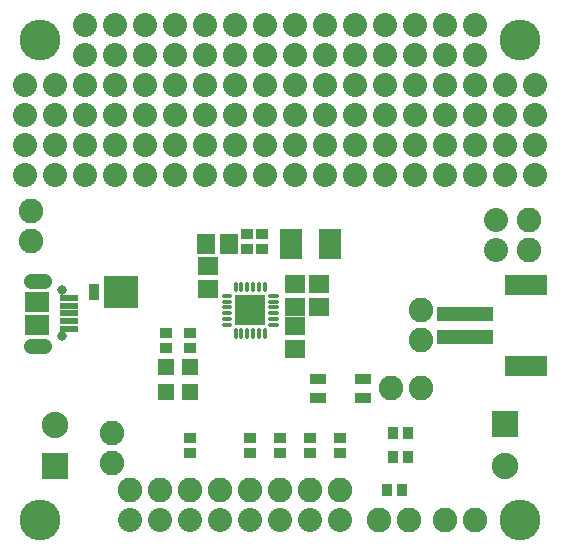
<source format=gts>
G75*
%MOIN*%
%OFA0B0*%
%FSLAX25Y25*%
%IPPOS*%
%LPD*%
%AMOC8*
5,1,8,0,0,1.08239X$1,22.5*
%
%ADD10C,0.13600*%
%ADD11R,0.06706X0.05918*%
%ADD12R,0.04343X0.03556*%
%ADD13R,0.05918X0.06706*%
%ADD14R,0.18910X0.04737*%
%ADD15R,0.14186X0.07099*%
%ADD16C,0.08200*%
%ADD17R,0.08800X0.08800*%
%ADD18C,0.08800*%
%ADD19R,0.06115X0.02375*%
%ADD20R,0.08280X0.06706*%
%ADD21C,0.03162*%
%ADD22C,0.05131*%
%ADD23R,0.05524X0.05524*%
%ADD24R,0.03556X0.04343*%
%ADD25R,0.05721X0.03359*%
%ADD26C,0.01457*%
%ADD27R,0.10236X0.10236*%
%ADD28R,0.11300X0.10800*%
%ADD29R,0.03800X0.05800*%
%ADD30R,0.07296X0.09855*%
%ADD31C,0.08000*%
D10*
X0017867Y0033608D03*
X0017867Y0193608D03*
X0177867Y0193608D03*
X0177867Y0033608D03*
D11*
X0110867Y0104868D03*
X0110867Y0112348D03*
X0102867Y0112348D03*
X0102867Y0104868D03*
X0102867Y0098348D03*
X0102867Y0090868D03*
X0073867Y0110868D03*
X0073867Y0118348D03*
D12*
X0086867Y0124049D03*
X0091867Y0124049D03*
X0091867Y0129167D03*
X0086867Y0129167D03*
X0067867Y0096167D03*
X0067867Y0091049D03*
X0059867Y0091049D03*
X0059867Y0096167D03*
X0067867Y0061167D03*
X0067867Y0056049D03*
X0087867Y0056049D03*
X0087867Y0061167D03*
X0097867Y0061167D03*
X0097867Y0056049D03*
X0107867Y0056049D03*
X0107867Y0061167D03*
X0117867Y0061167D03*
X0117867Y0056049D03*
D13*
X0080607Y0125608D03*
X0073127Y0125608D03*
D14*
X0159300Y0102545D03*
X0159300Y0094671D03*
D15*
X0179772Y0085222D03*
X0179772Y0111993D03*
D16*
X0180867Y0123608D03*
X0180867Y0133608D03*
X0144867Y0103608D03*
X0144867Y0093608D03*
X0144867Y0077608D03*
X0134867Y0077608D03*
X0117867Y0043608D03*
X0107867Y0043608D03*
X0097867Y0043608D03*
X0087867Y0043608D03*
X0077867Y0043608D03*
X0067867Y0043608D03*
X0057867Y0043608D03*
X0047867Y0043608D03*
X0041867Y0052608D03*
X0041867Y0062608D03*
X0014867Y0126608D03*
X0014867Y0136608D03*
X0130867Y0033608D03*
X0140867Y0033608D03*
X0152867Y0033608D03*
X0162867Y0033608D03*
D17*
X0172867Y0065608D03*
X0022867Y0051608D03*
D18*
X0022867Y0065387D03*
X0172867Y0051828D03*
D19*
X0027398Y0097490D03*
X0027398Y0100049D03*
X0027398Y0102608D03*
X0027398Y0105167D03*
X0027398Y0107726D03*
D20*
X0016867Y0106545D03*
X0016906Y0098671D03*
D21*
X0025134Y0094930D03*
X0025134Y0110285D03*
D22*
X0019032Y0113533D02*
X0014701Y0113533D01*
X0014701Y0091682D02*
X0019032Y0091682D01*
D23*
X0059867Y0084742D03*
X0067867Y0084742D03*
X0067867Y0076474D03*
X0059867Y0076474D03*
D24*
X0133308Y0043608D03*
X0138426Y0043608D03*
X0140426Y0054608D03*
X0135308Y0054608D03*
X0135308Y0062608D03*
X0140426Y0062608D03*
D25*
X0125249Y0074556D03*
X0125249Y0080659D03*
X0110485Y0080659D03*
X0110485Y0074556D03*
D26*
X0092788Y0094749D02*
X0092788Y0096915D01*
X0090819Y0096915D02*
X0090819Y0094749D01*
X0088851Y0094749D02*
X0088851Y0096915D01*
X0086882Y0096915D02*
X0086882Y0094749D01*
X0084914Y0094749D02*
X0084914Y0096915D01*
X0082945Y0096915D02*
X0082945Y0094749D01*
X0081174Y0098686D02*
X0079008Y0098686D01*
X0079008Y0100655D02*
X0081174Y0100655D01*
X0081174Y0102623D02*
X0079008Y0102623D01*
X0079008Y0104592D02*
X0081174Y0104592D01*
X0081174Y0106560D02*
X0079008Y0106560D01*
X0079008Y0108529D02*
X0081174Y0108529D01*
X0082945Y0110301D02*
X0082945Y0112466D01*
X0084914Y0112466D02*
X0084914Y0110301D01*
X0086882Y0110301D02*
X0086882Y0112466D01*
X0088851Y0112466D02*
X0088851Y0110301D01*
X0090819Y0110301D02*
X0090819Y0112466D01*
X0092788Y0112466D02*
X0092788Y0110301D01*
X0094560Y0108529D02*
X0096725Y0108529D01*
X0096725Y0106560D02*
X0094560Y0106560D01*
X0094560Y0104592D02*
X0096725Y0104592D01*
X0096725Y0102623D02*
X0094560Y0102623D01*
X0094560Y0100655D02*
X0096725Y0100655D01*
X0096725Y0098686D02*
X0094560Y0098686D01*
D27*
X0087867Y0103608D03*
D28*
X0044867Y0109608D03*
D29*
X0035617Y0109608D03*
D30*
X0101371Y0125608D03*
X0114363Y0125608D03*
D31*
X0112867Y0148608D03*
X0122867Y0148608D03*
X0132867Y0148608D03*
X0142867Y0148608D03*
X0152867Y0148608D03*
X0162867Y0148608D03*
X0172867Y0148608D03*
X0182867Y0148608D03*
X0182867Y0158608D03*
X0182867Y0168608D03*
X0182867Y0178608D03*
X0172867Y0178608D03*
X0172867Y0168608D03*
X0172867Y0158608D03*
X0162867Y0158608D03*
X0162867Y0168608D03*
X0162867Y0178608D03*
X0162867Y0188608D03*
X0162867Y0198608D03*
X0152867Y0198608D03*
X0152867Y0188608D03*
X0152867Y0178608D03*
X0152867Y0168608D03*
X0152867Y0158608D03*
X0142867Y0158608D03*
X0142867Y0168608D03*
X0142867Y0178608D03*
X0142867Y0188608D03*
X0142867Y0198608D03*
X0132867Y0198608D03*
X0132867Y0188608D03*
X0132867Y0178608D03*
X0132867Y0168608D03*
X0132867Y0158608D03*
X0122867Y0158608D03*
X0122867Y0168608D03*
X0122867Y0178608D03*
X0122867Y0188608D03*
X0122867Y0198608D03*
X0112867Y0198608D03*
X0112867Y0188608D03*
X0112867Y0178608D03*
X0112867Y0168608D03*
X0112867Y0158608D03*
X0102867Y0158608D03*
X0102867Y0168608D03*
X0102867Y0178608D03*
X0102867Y0188608D03*
X0102867Y0198608D03*
X0092867Y0198608D03*
X0092867Y0188608D03*
X0092867Y0178608D03*
X0092867Y0168608D03*
X0092867Y0158608D03*
X0092867Y0148608D03*
X0102867Y0148608D03*
X0082867Y0148608D03*
X0082867Y0158608D03*
X0082867Y0168608D03*
X0082867Y0178608D03*
X0082867Y0188608D03*
X0082867Y0198608D03*
X0072867Y0198608D03*
X0072867Y0188608D03*
X0072867Y0178608D03*
X0072867Y0168608D03*
X0072867Y0158608D03*
X0072867Y0148608D03*
X0062867Y0148608D03*
X0062867Y0158608D03*
X0062867Y0168608D03*
X0062867Y0178608D03*
X0062867Y0188608D03*
X0062867Y0198608D03*
X0052867Y0198608D03*
X0052867Y0188608D03*
X0052867Y0178608D03*
X0052867Y0168608D03*
X0052867Y0158608D03*
X0052867Y0148608D03*
X0042867Y0148608D03*
X0042867Y0158608D03*
X0042867Y0168608D03*
X0042867Y0178608D03*
X0042867Y0188608D03*
X0042867Y0198608D03*
X0032867Y0198608D03*
X0032867Y0188608D03*
X0032867Y0178608D03*
X0032867Y0168608D03*
X0032867Y0158608D03*
X0032867Y0148608D03*
X0022867Y0148608D03*
X0022867Y0158608D03*
X0022867Y0168608D03*
X0022867Y0178608D03*
X0012867Y0178608D03*
X0012867Y0168608D03*
X0012867Y0158608D03*
X0012867Y0148608D03*
X0047867Y0033608D03*
X0057867Y0033608D03*
X0067867Y0033608D03*
X0077867Y0033608D03*
X0087867Y0033608D03*
X0097867Y0033608D03*
X0107867Y0033608D03*
X0117867Y0033608D03*
X0169867Y0123608D03*
X0169867Y0133608D03*
M02*

</source>
